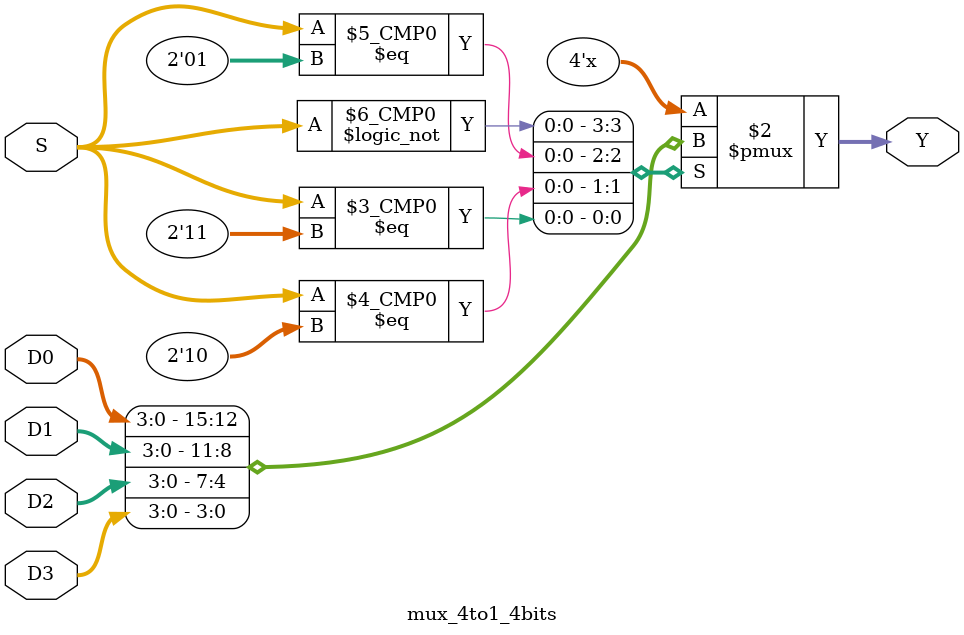
<source format=v>
module mux_2to1_4bits (output reg [3:0] Y, input S,
		 input [3:0] D0, input [3:0] D1);

	always @ (S,D0,D1)

		case (S)
		1'b0:   Y = D0;
		1'b1:   Y = D1;
		endcase

endmodule


//Multiplexer 4 bits 4 to 1
module mux_4to1_4bits (output reg [3:0] Y, input [1:0] S,
		 input [3:0] D0, input [3:0] D1, input [3:0] D2, input [3:0] D3);

	always @ (S,D0,D1)

		case (S)
		2'b00:   Y = D0;
		2'b01:   Y = D1;
		2'b10:	 Y = D2;
		2'b11:	 Y = D3;
		endcase

endmodule
</source>
